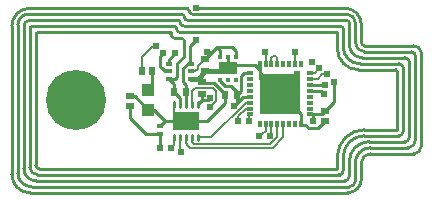
<source format=gtl>
G04 Layer: TopLayer*
G04 EasyEDA v6.3.53, 2020-06-10T18:14:14+08:00*
G04 70510a8a35ed4085a1cd130cdd61ad63,2a3559ba94084103b258dd4c46581d95,10*
G04 Gerber Generator version 0.2*
G04 Scale: 100 percent, Rotated: No, Reflected: No *
G04 Dimensions in inches *
G04 leading zeros omitted , absolute positions ,2 integer and 4 decimal *
%FSLAX24Y24*%
%MOIN*%
G90*
G70D02*

%ADD10C,0.010000*%
%ADD11C,0.009843*%
%ADD12C,0.006000*%
%ADD13C,0.015000*%
%ADD14C,0.008000*%
%ADD15C,0.024000*%
%ADD16R,0.031496X0.019685*%
%ADD17R,0.062992X0.039370*%
%ADD18R,0.011811X0.017717*%
%ADD19R,0.090551X0.059055*%
%ADD20R,0.135830X0.135830*%
%ADD21R,0.011810X0.023620*%
%ADD22R,0.023620X0.011810*%
%ADD23R,0.023620X0.025590*%
%ADD24R,0.025590X0.023620*%
%ADD25R,0.019685X0.031496*%
%ADD26R,0.023622X0.016535*%
%ADD27R,0.023622X0.015748*%
%ADD28R,0.039000X0.043000*%
%ADD29C,0.200000*%

%LPD*%
G54D12*
G01X10236Y5557D02*
G01X10447Y5557D01*
G01X10606Y5716D01*
G01X10756Y5716D01*
G54D10*
G01X10706Y4483D02*
G01X11006Y4783D01*
G01X11006Y5466D01*
G54D12*
G01X6138Y3334D02*
G01X6206Y3266D01*
G01X8956Y3266D01*
G01X9306Y3616D01*
G01X9306Y4037D01*
G54D10*
G01X8516Y5757D02*
G01X8516Y5857D01*
G01X8357Y6016D01*
G01X7705Y6016D01*
G01X7705Y5916D01*
G01X7456Y5916D01*
G54D13*
G01X6706Y5819D02*
G01X7456Y5819D01*
G01X7456Y5916D01*
G54D12*
G01X7806Y4166D02*
G01X7806Y4316D01*
G01X8065Y4575D01*
G01X8206Y4575D01*
G01X6253Y4718D02*
G01X6253Y5163D01*
G01X6356Y5266D01*
G01X6956Y5266D01*
G01X7070Y5152D01*
G01X7070Y4830D01*
G01X6856Y4616D01*
G54D10*
G01X7196Y5532D02*
G01X7196Y5476D01*
G01X7356Y5316D01*
G01X7556Y5316D01*
G01X7753Y5119D01*
G01X7753Y5016D01*
G54D12*
G01X8176Y4767D02*
G01X8058Y4767D01*
G01X6905Y3615D01*
G01X6450Y3615D01*
G54D10*
G01X6056Y4166D02*
G01X6757Y4166D01*
G01X7359Y4769D01*
G01X7359Y5016D01*
G01X7359Y5016D02*
G01X7359Y5063D01*
G01X6989Y5433D01*
G01X6606Y5433D01*
G01X7196Y6300D02*
G01X7196Y6527D01*
G01X7106Y6617D01*
G01X6706Y6217D02*
G01X7106Y6617D01*
G01X7605Y6617D01*
G01X7716Y6506D01*
G01X7716Y6300D01*
G01X8176Y5757D02*
G01X7996Y5757D01*
G01X7906Y5667D01*
G01X7906Y5169D01*
G01X7753Y5016D01*
G01X5206Y4004D02*
G01X5368Y4166D01*
G01X6056Y4166D01*
G01X5206Y3728D02*
G01X5206Y3266D01*
G01X4206Y4649D02*
G01X4206Y4266D01*
G01X4744Y3728D01*
G01X5206Y3728D01*
G54D12*
G01X9696Y6097D02*
G01X9696Y6466D01*
G54D10*
G01X6756Y6466D02*
G01X6921Y6466D01*
G01X6922Y6466D01*
G01X4806Y4531D02*
G01X4991Y4531D01*
G01X5356Y4166D01*
G01X6056Y4166D01*
G01X4206Y4983D02*
G01X4354Y4983D01*
G01X4806Y4531D01*
G01X4923Y5816D02*
G01X4923Y5318D01*
G01X4806Y5201D01*
G54D12*
G01X5662Y3615D02*
G01X5662Y3372D01*
G01X5556Y3266D01*
G01X5859Y3615D02*
G01X5859Y3163D01*
G01X5906Y3116D01*
G01X9106Y3616D02*
G01X9106Y4037D01*
G01X6253Y3615D02*
G01X6253Y3469D01*
G01X6336Y3387D01*
G01X8877Y3387D01*
G01X9106Y3616D01*
G01X6056Y3615D02*
G01X6056Y3416D01*
G01X6138Y3334D01*
G01X6056Y4166D02*
G01X5956Y4166D01*
G01X5662Y4472D01*
G01X5662Y4717D01*
G54D10*
G01X5482Y5816D02*
G01X5356Y5816D01*
G01X5256Y5916D01*
G01X5206Y5966D01*
G01X5206Y6116D01*
G01X5206Y6316D01*
G01X5306Y6416D01*
G01X5482Y6072D02*
G01X5482Y6192D01*
G01X5706Y6416D01*
G01X6450Y4717D02*
G01X6606Y4873D01*
G01X6606Y5099D01*
G01X6606Y5433D02*
G01X6574Y5433D01*
G01X6447Y5560D01*
G54D13*
G01X6230Y5560D02*
G01X6447Y5560D01*
G01X6706Y5819D01*
G54D14*
G01X6230Y5816D02*
G01X6356Y5816D01*
G01X6448Y5908D01*
G01X6448Y5980D01*
G01X6681Y6213D01*
G01X6706Y6213D01*
G54D11*
G01X6056Y4717D02*
G01X6053Y5116D01*
G01X5859Y4717D02*
G01X5859Y4916D01*
G01X5659Y5116D01*
G01X6206Y6072D02*
G01X6112Y6072D01*
G01X5956Y5916D01*
G01X5956Y5466D01*
G01X6053Y5369D01*
G01X6053Y5116D01*
G54D10*
G01X5482Y5560D02*
G01X5659Y5383D01*
G01X5659Y5116D01*
G01X6006Y6842D02*
G01X6006Y6316D01*
G01X5756Y6066D01*
G01X5756Y5616D01*
G01X5700Y5560D01*
G01X5482Y5560D01*
G54D11*
G01X6406Y6867D02*
G01X6206Y6667D01*
G01X6206Y6072D01*
G01X6230Y6072D01*
G54D10*
G01X10906Y2567D02*
G01X1156Y2567D01*
G54D12*
G01X8706Y6467D02*
G01X8716Y6457D01*
G01X8716Y6097D01*
G54D10*
G01X7356Y5917D02*
G01X7456Y6017D01*
G01X7456Y6300D01*
G01X8516Y6097D02*
G01X8516Y5757D01*
G01X9206Y5067D01*
G01X7753Y5016D02*
G01X7753Y4763D01*
G01X7656Y4666D01*
G01X7958Y4967D01*
G01X8176Y4967D01*
G01X10236Y5167D02*
G01X10556Y5167D01*
G01X10656Y5067D01*
G01X10236Y5367D02*
G01X10706Y5367D01*
G01X9896Y4037D02*
G01X9896Y4377D01*
G01X9206Y5067D01*
G01X10906Y2567D02*
G01X11106Y2567D01*
G01X11106Y2967D01*
G01X12056Y3667D02*
G01X12006Y3667D01*
G01X11306Y2967D02*
G01X11306Y2510D01*
G01X11306Y2167D02*
G01X11356Y2167D01*
G01X11506Y2317D02*
G01X11506Y2817D01*
G01X11281Y1967D02*
G01X11506Y1967D01*
G01X11706Y2167D02*
G01X11706Y2767D01*
G01X11356Y1767D02*
G01X11456Y1767D01*
G01X11906Y2217D02*
G01X11906Y2767D01*
G01X12056Y3667D02*
G01X13156Y3667D01*
G01X13306Y3817D02*
G01X13306Y5917D01*
G01X13106Y5817D02*
G01X13106Y3917D01*
G01X13106Y3867D01*
G01X13106Y3867D02*
G01X12256Y3867D01*
G01X12006Y3867D01*
G01X13706Y6367D02*
G01X13706Y3517D01*
G01X13506Y6117D02*
G01X13506Y3617D01*
G01X13531Y3067D02*
G01X13656Y3067D01*
G01X13456Y3267D02*
G01X13464Y3267D01*
G01X12156Y3467D02*
G01X12456Y3467D01*
G01X13356Y3467D01*
G01X12206Y3067D02*
G01X12281Y3067D01*
G01X12281Y3067D02*
G01X13531Y3067D01*
G01X12081Y6667D02*
G01X12006Y6667D01*
G01X13656Y6667D02*
G01X13531Y6667D01*
G01X13531Y6667D02*
G01X12081Y6667D01*
G01X11106Y7116D02*
G01X11106Y6666D01*
G01X11106Y6566D01*
G01X11856Y5867D02*
G01X13056Y5867D01*
G01X5856Y7117D02*
G01X6206Y7117D01*
G01X11106Y7116D01*
G01X10964Y7117D02*
G01X11006Y7117D01*
G01X11506Y7417D02*
G01X11506Y7342D01*
G01X11956Y6067D02*
G01X11906Y6067D01*
G01X12006Y6267D02*
G01X11931Y6267D01*
G01X11306Y7216D02*
G01X11306Y6616D01*
G01X11506Y7342D02*
G01X11506Y6692D01*
G01X13456Y3267D02*
G01X12206Y3267D01*
G01X5556Y7067D02*
G01X5556Y7042D01*
G01X5681Y6917D02*
G01X5931Y6917D01*
G01X1206Y2367D02*
G01X1106Y2367D01*
G01X856Y2617D02*
G01X856Y2717D01*
G01X13456Y6467D02*
G01X13576Y6467D01*
G01X13256Y6267D02*
G01X13356Y6267D01*
G01X13106Y6067D02*
G01X13156Y6067D01*
G01X13906Y3317D02*
G01X13906Y4681D01*
G01X13906Y6417D01*
G01X1056Y5667D02*
G01X1056Y7017D01*
G01X1156Y7117D02*
G01X5556Y7117D01*
G01X5556Y7067D01*
G01X1056Y4167D02*
G01X1056Y2667D01*
G01X856Y5667D02*
G01X856Y7217D01*
G01X956Y7317D02*
G01X5656Y7317D01*
G01X656Y5667D02*
G01X656Y7317D01*
G01X856Y7517D02*
G01X5806Y7517D01*
G01X11956Y6067D02*
G01X13106Y6067D01*
G01X11206Y2367D02*
G01X1206Y2367D01*
G01X856Y2717D02*
G01X856Y4167D01*
G01X656Y4167D02*
G01X656Y2567D01*
G01X1056Y2167D02*
G01X11306Y2167D01*
G01X11281Y1967D02*
G01X931Y1967D01*
G01X6006Y7917D02*
G01X6106Y7917D01*
G01X6156Y7867D02*
G01X6156Y7842D01*
G01X11706Y7367D02*
G01X11706Y7442D01*
G01X6281Y7717D02*
G01X6631Y7717D01*
G01X11431Y7717D01*
G01X456Y5667D02*
G01X456Y7367D01*
G01X806Y7717D02*
G01X5906Y7717D01*
G01X6106Y7517D02*
G01X6256Y7517D01*
G01X11406Y7517D01*
G01X12006Y6267D02*
G01X13256Y6267D01*
G01X256Y5667D02*
G01X256Y7317D01*
G01X856Y7917D02*
G01X6006Y7917D01*
G01X11706Y7367D02*
G01X11706Y6767D01*
G01X12006Y6467D02*
G01X13456Y6467D01*
G01X456Y2417D02*
G01X456Y4167D01*
G01X11356Y7917D02*
G01X6406Y7917D01*
G01X256Y2617D02*
G01X256Y2367D01*
G01X856Y1767D02*
G01X11356Y1767D01*
G01X11906Y6767D02*
G01X11906Y7367D01*
G01X256Y5667D02*
G01X256Y2617D01*
G54D12*
G01X8176Y4377D02*
G01X8156Y4357D01*
G01X8156Y4167D01*
G01X8716Y4037D02*
G01X8716Y3827D01*
G01X8606Y3717D01*
G01X8558Y3717D01*
G01X8506Y3666D01*
G01X8906Y4037D02*
G01X8906Y3717D01*
G01X8856Y3667D01*
G54D10*
G01X456Y5667D02*
G01X456Y4167D01*
G01X656Y5667D02*
G01X656Y4167D01*
G01X856Y5667D02*
G01X856Y4167D01*
G01X1056Y5667D02*
G01X1056Y4167D01*
G54D12*
G01X10236Y5757D02*
G01X10348Y5757D01*
G01X10506Y5916D01*
G54D10*
G01X11856Y5867D02*
G01X11805Y5867D01*
G01X11906Y6067D02*
G01X11855Y6067D01*
G01X6006Y7317D02*
G01X11205Y7317D01*
G54D11*
G01X10306Y4166D02*
G01X10306Y4307D01*
G01X10236Y4377D02*
G01X10601Y4377D01*
G01X10706Y4483D01*
G01X10706Y4149D02*
G01X10473Y3916D01*
G01X10156Y3916D01*
G01X10035Y4037D01*
G01X9896Y4037D01*
G54D10*
G01X6606Y4873D02*
G01X6813Y4873D01*
G01X6856Y4916D01*
G54D12*
G01X8911Y6067D02*
G01X8911Y6271D01*
G01X8956Y6316D01*
G01X9056Y6316D01*
G01X9108Y6264D01*
G01X9108Y6067D01*
G01X5056Y6666D02*
G01X4956Y6666D01*
G01X4589Y6299D01*
G01X4589Y5816D01*
G54D11*
G01X6450Y3704D02*
G01X6450Y3527D01*
G01X6253Y3704D02*
G01X6253Y3527D01*
G01X6056Y3704D02*
G01X6056Y3527D01*
G01X5859Y3704D02*
G01X5859Y3527D01*
G01X5662Y3704D02*
G01X5662Y3527D01*
G01X5662Y4629D02*
G01X5662Y4806D01*
G01X5859Y4629D02*
G01X5859Y4806D01*
G01X6056Y4629D02*
G01X6056Y4806D01*
G01X6253Y4629D02*
G01X6253Y4806D01*
G01X6450Y4629D02*
G01X6450Y4806D01*
G54D16*
G01X6606Y5070D03*
G01X6606Y5463D03*
G54D17*
G01X7456Y5916D03*
G54D18*
G01X7716Y5532D03*
G01X7456Y5532D03*
G01X7196Y5532D03*
G01X7196Y6300D03*
G01X7456Y6300D03*
G01X7716Y6300D03*
G54D19*
G01X6056Y4166D03*
G54D20*
G01X9206Y5067D03*
G54D21*
G01X8517Y6067D03*
G01X8714Y6067D03*
G01X8911Y6067D03*
G01X9108Y6067D03*
G01X9305Y6067D03*
G01X9502Y6067D03*
G01X9698Y6067D03*
G01X9895Y6067D03*
G54D22*
G01X10206Y5756D03*
G01X10206Y5559D03*
G01X10206Y5363D03*
G01X10206Y5166D03*
G01X10206Y4969D03*
G01X10206Y4772D03*
G01X10206Y4575D03*
G01X10206Y4378D03*
G54D21*
G01X9895Y4067D03*
G01X9698Y4067D03*
G01X9501Y4067D03*
G01X9305Y4067D03*
G01X9108Y4067D03*
G01X8911Y4067D03*
G01X8714Y4067D03*
G01X8517Y4067D03*
G54D22*
G01X8206Y4378D03*
G01X8206Y4575D03*
G01X8206Y4772D03*
G01X8206Y4969D03*
G01X8206Y5166D03*
G01X8206Y5363D03*
G01X8206Y5560D03*
G01X8206Y5756D03*
G54D23*
G01X4923Y5816D03*
G01X4589Y5816D03*
G54D24*
G01X4206Y4649D03*
G01X4206Y4983D03*
G01X10706Y4483D03*
G01X10706Y4149D03*
G54D16*
G01X6706Y5819D03*
G01X6706Y6213D03*
G54D25*
G01X7359Y5016D03*
G01X7753Y5016D03*
G01X6053Y5116D03*
G01X5659Y5116D03*
G54D26*
G01X5482Y5560D03*
G01X5482Y5816D03*
G01X5482Y6072D03*
G01X6230Y6072D03*
G01X6230Y5816D03*
G01X6230Y5560D03*
G54D27*
G01X5206Y4004D03*
G01X5206Y3728D03*
G54D28*
G01X4806Y5201D03*
G01X4806Y4531D03*
G54D10*
G75*
G01X9910Y4051D02*
G03X9897Y4038I0J-13D01*
G01*
G75*
G01X11107Y2968D02*
G02X12007Y3868I900J0D01*
G01*
G75*
G01X12007Y3668D02*
G03X11307Y2968I0J-700D01*
G01*
G75*
G01X11307Y2511D02*
G02X11164Y2368I-143J0D01*
G01*
G75*
G01X11357Y2168D02*
G03X11507Y2318I0J150D01*
G01*
G75*
G01X11507Y2818D02*
G02X12157Y3468I650J0D01*
G01*
G75*
G01X11507Y1968D02*
G03X11707Y2168I0J200D01*
G01*
G75*
G01X11707Y2768D02*
G02X12207Y3268I500J0D01*
G01*
G75*
G01X11457Y1768D02*
G03X11907Y2218I0J450D01*
G01*
G75*
G01X11907Y2768D02*
G02X12207Y3068I300J0D01*
G01*
G75*
G01X13157Y3668D02*
G03X13307Y3818I0J150D01*
G01*
G75*
G01X13657Y3068D02*
G03X13907Y3318I0J250D01*
G01*
G75*
G01X13464Y3268D02*
G03X13707Y3510I0J242D01*
G01*
G75*
G01X13357Y3468D02*
G03X13507Y3618I0J150D01*
G01*
G75*
G01X12007Y6668D02*
G02X11907Y6768I0J100D01*
G01*
G75*
G01X13907Y6418D02*
G03X13657Y6668I-250J0D01*
G01*
G75*
G01X13057Y5868D02*
G02X13107Y5818I0J-50D01*
G01*
G75*
G01X11407Y7518D02*
G02X11507Y7418I0J-100D01*
G01*
G75*
G01X11432Y7718D02*
G02X11707Y7443I0J-275D01*
G01*
G75*
G01X11932Y6268D02*
G02X11507Y6693I0J425D01*
G01*
G75*
G01X5932Y6918D02*
G02X6007Y6843I0J-75D01*
G01*
G75*
G01X5557Y7043D02*
G03X5682Y6918I125J0D01*
G01*
G75*
G01X1107Y2368D02*
G02X857Y2618I0J250D01*
G01*
G75*
G01X13576Y6468D02*
G02X13707Y6337I0J-131D01*
G01*
G75*
G01X13357Y6268D02*
G02X13507Y6118I0J-150D01*
G01*
G75*
G01X13157Y6068D02*
G02X13307Y5918I0J-150D01*
G01*
G75*
G01X1057Y7018D02*
G02X1157Y7118I100J0D01*
G01*
G75*
G01X1057Y2668D02*
G03X1157Y2568I100J0D01*
G01*
G75*
G01X857Y7218D02*
G02X957Y7318I100J0D01*
G01*
G75*
G01X5657Y7318D02*
G02X5757Y7218I0J-100D01*
G01*
G75*
G01X5757Y7218D02*
G03X5857Y7118I100J0D01*
G01*
G75*
G01X657Y7318D02*
G02X857Y7518I200J0D01*
G01*
G75*
G01X5807Y7518D02*
G02X5857Y7468I0J-50D01*
G01*
G75*
G01X5857Y7468D02*
G03X6007Y7318I150J0D01*
G01*
G75*
G01X657Y2568D02*
G03X1057Y2168I400J0D01*
G01*
G75*
G01X457Y2418D02*
G03X907Y1968I450J0D01*
G01*
G75*
G01X6107Y7918D02*
G02X6157Y7868I0J-50D01*
G01*
G75*
G01X6157Y7843D02*
G03X6282Y7718I125J0D01*
G01*
G75*
G01X457Y7368D02*
G02X807Y7718I350J0D01*
G01*
G75*
G01X5907Y7718D02*
G02X6007Y7618I0J-100D01*
G01*
G75*
G01X6007Y7618D02*
G03X6107Y7518I100J0D01*
G01*
G75*
G01X257Y7318D02*
G02X857Y7918I600J0D01*
G01*
G75*
G01X11707Y6768D02*
G03X12007Y6468I300J0D01*
G01*
G75*
G01X257Y2368D02*
G03X857Y1768I600J0D01*
G01*
G75*
G01X11907Y7368D02*
G03X11357Y7918I-550J0D01*
G01*
G75*
G01X11805Y5868D02*
G02X11107Y6566I0J698D01*
G01*
G75*
G01X11855Y6068D02*
G02X11307Y6616I0J548D01*
G01*
G75*
G01X11205Y7318D02*
G02X11307Y7216I0J-102D01*
G01*
G54D11*
G75*
G01X10307Y4308D02*
G03X10237Y4378I-70J0D01*
G01*
G54D29*
G01X2406Y4867D03*
G54D15*
G01X10756Y5716D03*
G01X10506Y5916D03*
G01X10256Y6116D03*
G01X7806Y4166D03*
G01X11006Y5466D03*
G01X8706Y6467D03*
G01X7656Y4666D03*
G01X10306Y4166D03*
G01X8606Y5617D03*
G01X10656Y5067D03*
G01X10706Y5367D03*
G01X6406Y6867D03*
G01X6406Y7917D03*
G01X8156Y4167D03*
G01X8506Y3666D03*
G01X8856Y3667D03*
G01X9756Y5717D03*
G01X5706Y6416D03*
G01X5906Y3116D03*
G01X5556Y3266D03*
G01X6756Y6466D03*
G01X9696Y6466D03*
G01X5056Y6666D03*
G01X5206Y3266D03*
G01X6856Y4616D03*
G01X6856Y4916D03*
G01X5306Y6416D03*
M00*
M02*

</source>
